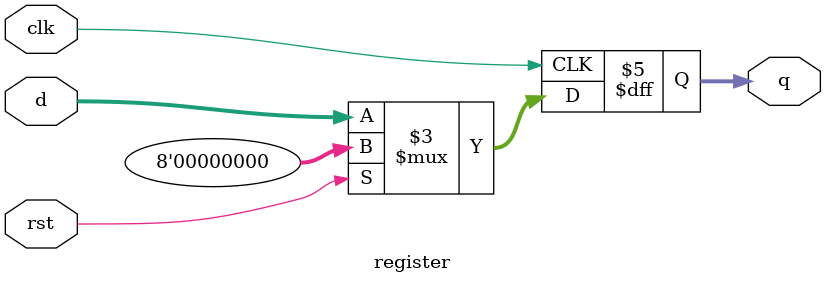
<source format=sv>
module register #(
	
	parameter WIDTH = 8 // Default size is 8 bits
)(
	//io
	input logic [WIDTH - 1:0] d,
	input logic rst,
	input logic clk,
	output logic [WIDTH - 1:0] q

);

	//sequential
	always_ff @(posedge clk) begin
		if(rst) begin
			q <= '0; // Sets entire bus to 0
		end else begin
			q <= d;
		end
	end
	
endmodule
</source>
